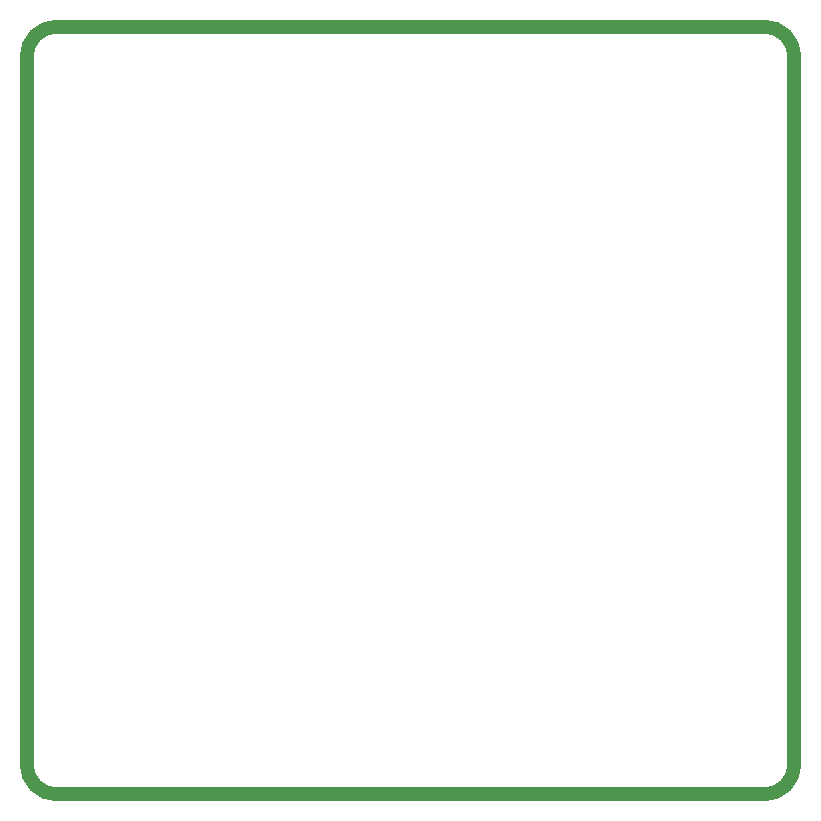
<source format=gbr>
%TF.GenerationSoftware,Altium Limited,Altium Designer,19.1.8 (144)*%
G04 Layer_Color=16711935*
%FSLAX26Y26*%
%MOIN*%
%TF.FileFunction,Keep-out,Top*%
%TF.Part,Single*%
G01*
G75*
%TA.AperFunction,NonConductor*%
%ADD65C,0.047244*%
D65*
X0Y100000D02*
G03*
X100000Y0I100000J0D01*
G01*
X2459055D02*
G03*
X2559055Y100000I0J100000D01*
G01*
Y2459055D02*
G03*
X2459055Y2559055I-100000J0D01*
G01*
X100000D02*
G03*
X0Y2459055I0J-100000D01*
G01*
Y100000D02*
Y2459056D01*
X100000Y0D02*
X2459056D01*
X2559056Y100000D02*
Y2459056D01*
X100000Y2559056D02*
X2459056D01*
%TF.MD5,8b7d6434c2f363c9a73e4e25177d05d5*%
M02*

</source>
